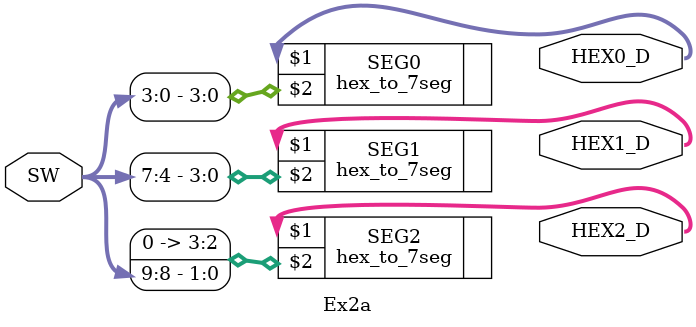
<source format=v>
module Ex2a(SW, HEX0_D, HEX1_D, HEX2_D);
	input [9:0] SW;
	//input [3:0] SW1;
	//input [3:0] SW2;
	
	output [6:0] HEX0_D;
	output [6:0] HEX1_D;
	output [6:0] HEX2_D;
	

	hex_to_7seg SEG0(HEX0_D, SW[3:0]);
	hex_to_7seg SEG1(HEX1_D, SW[7:4]);
	hex_to_7seg SEG2(HEX2_D, {1'b0,1'b0, SW[9:8]});
	
endmodule
</source>
